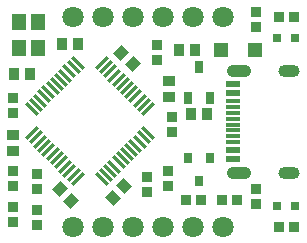
<source format=gbr>
%TF.GenerationSoftware,Altium Limited,Altium Designer,19.0.15 (446)*%
G04 Layer_Color=255*
%FSLAX45Y45*%
%MOMM*%
%TF.FileFunction,Pads,Top*%
%TF.Part,Single*%
G01*
G75*
%TA.AperFunction,SMDPad,CuDef*%
%ADD10R,0.80000X0.80000*%
%TA.AperFunction,ConnectorPad*%
%ADD11R,1.30000X0.60000*%
%ADD12R,1.30000X0.30000*%
%TA.AperFunction,SMDPad,CuDef*%
%ADD13R,0.95000X0.85000*%
%ADD14R,0.90000X1.00000*%
%ADD15R,0.85000X0.95000*%
%ADD16R,0.80000X0.90000*%
G04:AMPARAMS|DCode=17|XSize=1mm|YSize=0.9mm|CornerRadius=0mm|HoleSize=0mm|Usage=FLASHONLY|Rotation=225.000|XOffset=0mm|YOffset=0mm|HoleType=Round|Shape=Rectangle|*
%AMROTATEDRECTD17*
4,1,4,0.03535,0.67175,0.67175,0.03535,-0.03535,-0.67175,-0.67175,-0.03535,0.03535,0.67175,0.0*
%
%ADD17ROTATEDRECTD17*%

%ADD18R,0.70000X1.00000*%
%ADD19R,1.00000X0.90000*%
G04:AMPARAMS|DCode=20|XSize=1mm|YSize=0.9mm|CornerRadius=0mm|HoleSize=0mm|Usage=FLASHONLY|Rotation=135.000|XOffset=0mm|YOffset=0mm|HoleType=Round|Shape=Rectangle|*
%AMROTATEDRECTD20*
4,1,4,0.67175,-0.03535,0.03535,-0.67175,-0.67175,0.03535,-0.03535,0.67175,0.67175,-0.03535,0.0*
%
%ADD20ROTATEDRECTD20*%

%ADD21R,1.20000X1.20000*%
%ADD22R,1.20000X1.20000*%
%ADD23R,1.15000X1.40000*%
G04:AMPARAMS|DCode=24|XSize=0.3mm|YSize=1.4mm|CornerRadius=0mm|HoleSize=0mm|Usage=FLASHONLY|Rotation=315.000|XOffset=0mm|YOffset=0mm|HoleType=Round|Shape=Rectangle|*
%AMROTATEDRECTD24*
4,1,4,-0.60104,-0.38891,0.38891,0.60104,0.60104,0.38891,-0.38891,-0.60104,-0.60104,-0.38891,0.0*
%
%ADD24ROTATEDRECTD24*%

G04:AMPARAMS|DCode=25|XSize=0.3mm|YSize=1.4mm|CornerRadius=0mm|HoleSize=0mm|Usage=FLASHONLY|Rotation=45.000|XOffset=0mm|YOffset=0mm|HoleType=Round|Shape=Rectangle|*
%AMROTATEDRECTD25*
4,1,4,0.38891,-0.60104,-0.60104,0.38891,-0.38891,0.60104,0.60104,-0.38891,0.38891,-0.60104,0.0*
%
%ADD25ROTATEDRECTD25*%

%TA.AperFunction,ComponentPad*%
%ADD31C,1.80000*%
G04:AMPARAMS|DCode=32|XSize=1mm|YSize=1.8mm|CornerRadius=0.5mm|HoleSize=0mm|Usage=FLASHONLY|Rotation=90.000|XOffset=0mm|YOffset=0mm|HoleType=Round|Shape=RoundedRectangle|*
%AMROUNDEDRECTD32*
21,1,1.00000,0.80000,0,0,90.0*
21,1,0.00000,1.80000,0,0,90.0*
1,1,1.00000,0.40000,0.00000*
1,1,1.00000,0.40000,0.00000*
1,1,1.00000,-0.40000,0.00000*
1,1,1.00000,-0.40000,0.00000*
%
%ADD32ROUNDEDRECTD32*%
G04:AMPARAMS|DCode=33|XSize=1mm|YSize=2.1mm|CornerRadius=0.5mm|HoleSize=0mm|Usage=FLASHONLY|Rotation=90.000|XOffset=0mm|YOffset=0mm|HoleType=Round|Shape=RoundedRectangle|*
%AMROUNDEDRECTD33*
21,1,1.00000,1.10000,0,0,90.0*
21,1,0.00000,2.10000,0,0,90.0*
1,1,1.00000,0.55000,0.00000*
1,1,1.00000,0.55000,0.00000*
1,1,1.00000,-0.55000,0.00000*
1,1,1.00000,-0.55000,0.00000*
%
%ADD33ROUNDEDRECTD33*%
D10*
X11634400Y6934200D02*
D03*
X11784400D02*
D03*
Y5511800D02*
D03*
X11634400D02*
D03*
D11*
X11255750Y6543000D02*
D03*
Y6463000D02*
D03*
Y5903000D02*
D03*
Y5983000D02*
D03*
D12*
Y6398000D02*
D03*
Y6348000D02*
D03*
Y6298000D02*
D03*
Y6248000D02*
D03*
Y6198000D02*
D03*
Y6148000D02*
D03*
Y6098000D02*
D03*
Y6048000D02*
D03*
D13*
X9398000Y6296200D02*
D03*
Y6426200D02*
D03*
Y5675400D02*
D03*
Y5805400D02*
D03*
X9601200Y5345200D02*
D03*
Y5475200D02*
D03*
X11455400Y5653000D02*
D03*
Y5523000D02*
D03*
Y7151600D02*
D03*
Y7021600D02*
D03*
X10706100Y5675400D02*
D03*
Y5805400D02*
D03*
X10744200Y6133000D02*
D03*
Y6263000D02*
D03*
X9398000Y5370600D02*
D03*
Y5500600D02*
D03*
X10617200Y6872200D02*
D03*
Y6742200D02*
D03*
X10528300Y5624600D02*
D03*
Y5754600D02*
D03*
X9601200Y5650000D02*
D03*
Y5780000D02*
D03*
D14*
X9406700Y6629400D02*
D03*
X9541700D02*
D03*
X10905300Y6286500D02*
D03*
X11040300D02*
D03*
X10803700Y6832600D02*
D03*
X10938700D02*
D03*
X9948100Y6883400D02*
D03*
X9813100D02*
D03*
D15*
X10987000Y5562600D02*
D03*
X10857000D02*
D03*
X11644400Y7112000D02*
D03*
X11774400D02*
D03*
X11774400Y5334000D02*
D03*
X11644400D02*
D03*
X11291800Y5562600D02*
D03*
X11161800D02*
D03*
D16*
X11067800Y5916600D02*
D03*
X10877800D02*
D03*
X10972800Y5716600D02*
D03*
D17*
X10409022Y6708670D02*
D03*
X10313563Y6804130D02*
D03*
X9794770Y5648430D02*
D03*
X9890230Y5552970D02*
D03*
D18*
X10877800Y6423200D02*
D03*
X11067800D02*
D03*
X10972800Y6683200D02*
D03*
D19*
X10718800Y6569900D02*
D03*
Y6434900D02*
D03*
X9398000Y5977700D02*
D03*
Y6112700D02*
D03*
D20*
X10242853Y5578370D02*
D03*
X10338312Y5673830D02*
D03*
D21*
X11160000Y6832600D02*
D03*
D22*
X11446000D02*
D03*
D23*
X9605000Y6849600D02*
D03*
X9445000D02*
D03*
X9605000Y7069600D02*
D03*
X9445000D02*
D03*
D24*
X10149161Y6718300D02*
D03*
X10184516Y6682944D02*
D03*
X10219872Y6647589D02*
D03*
X10255227Y6612234D02*
D03*
X10290582Y6576878D02*
D03*
X10325937Y6541523D02*
D03*
X10361293Y6506168D02*
D03*
X10396648Y6470813D02*
D03*
X10432003Y6435458D02*
D03*
X10467359Y6400101D02*
D03*
X10502714Y6364746D02*
D03*
X10538070Y6329391D02*
D03*
X9944100Y5735422D02*
D03*
X9908744Y5770777D02*
D03*
X9873389Y5806132D02*
D03*
X9838034Y5841487D02*
D03*
X9802678Y5876843D02*
D03*
X9767323Y5912198D02*
D03*
X9731968Y5947554D02*
D03*
X9696613Y5982909D02*
D03*
X9661257Y6018264D02*
D03*
X9625902Y6053619D02*
D03*
X9590546Y6088975D02*
D03*
X9555191Y6124330D02*
D03*
D25*
X10538070D02*
D03*
X10502714Y6088975D02*
D03*
X10467359Y6053619D02*
D03*
X10432004Y6018264D02*
D03*
X10396648Y5982909D02*
D03*
X10361293Y5947554D02*
D03*
X10325937Y5912198D02*
D03*
X10290582Y5876843D02*
D03*
X10255227Y5841487D02*
D03*
X10219872Y5806132D02*
D03*
X10184516Y5770777D02*
D03*
X10149161Y5735422D02*
D03*
X9555191Y6329391D02*
D03*
X9590546Y6364746D02*
D03*
X9625902Y6400102D02*
D03*
X9661257Y6435457D02*
D03*
X9696613Y6470813D02*
D03*
X9731968Y6506168D02*
D03*
X9767323Y6541523D02*
D03*
X9802678Y6576878D02*
D03*
X9838034Y6612234D02*
D03*
X9873389Y6647589D02*
D03*
X9908744Y6682944D02*
D03*
X9944100Y6718300D02*
D03*
D31*
X10414000Y5334000D02*
D03*
X10668000D02*
D03*
X10160000D02*
D03*
X9906000D02*
D03*
X10922000D02*
D03*
X11176000D02*
D03*
X10414000Y7112000D02*
D03*
X10668000D02*
D03*
X10160000D02*
D03*
X9906000D02*
D03*
X10922000D02*
D03*
X11176000D02*
D03*
D32*
X11731250Y6655000D02*
D03*
Y5791000D02*
D03*
D33*
X11313250Y6655000D02*
D03*
Y5791000D02*
D03*
%TF.MD5,d16138bd6a5a1db6720958c4f2addbf5*%
M02*

</source>
